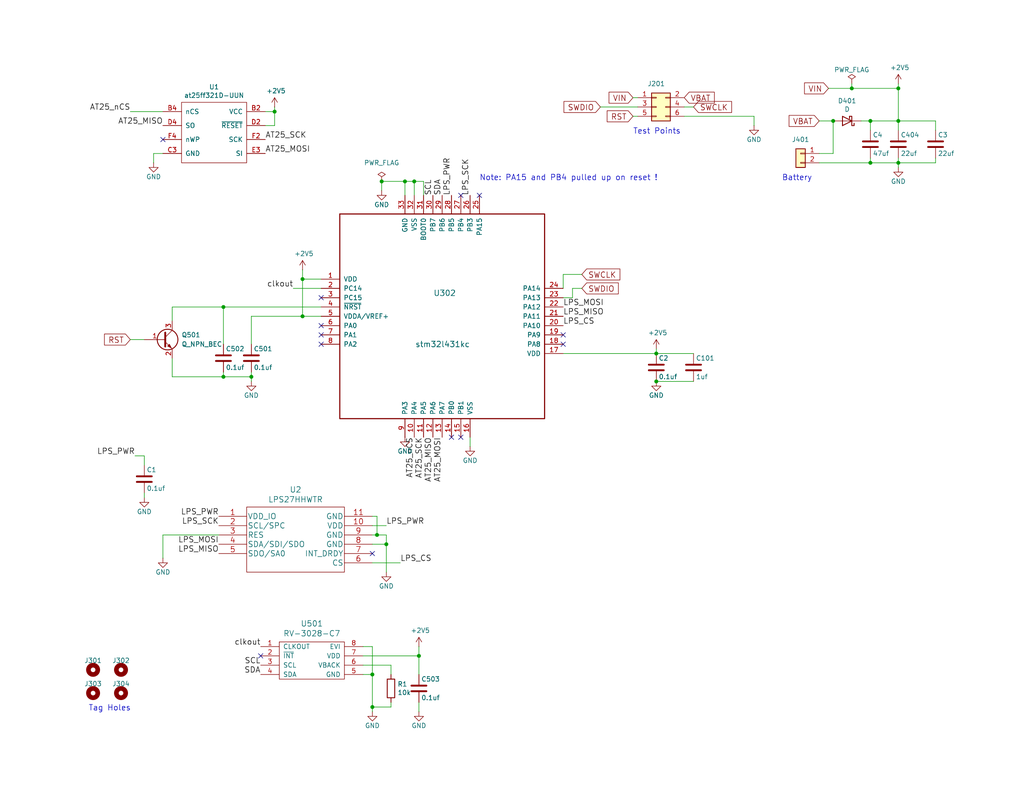
<source format=kicad_sch>
(kicad_sch (version 20231120) (generator "eeschema") (generator_version "8.0")
  (paper "USLetter")
  (title_block (title "PresOptTag V6 ") (date "2025-01-30") (company "IUCS") (comment 1 "Geoffrey Brown") (comment 2 "Add 47uF cap") (comment 3 "Grounded lps27 RES pin"))
  (lib_symbols
    (symbol "+2V5_1" (power) (pin_numbers hide) (pin_names (offset 0) hide)
      (property "Value" "+2V5" (at 0 3.556 0))
      (symbol "+2V5_1_0_1"
        (polyline (pts (xy -0.762 1.27) (xy 0 2.54)))
        (polyline (pts (xy 0 0) (xy 0 2.54)))
        (polyline (pts (xy 0 2.54) (xy 0.762 1.27)))
      )
      (symbol "+2V5_1_1_1"
        (pin power_in line (at 0 0 90) (length 0) (name "~") (number "1"))
      )
    )
    (symbol "+2V5_2" (power) (pin_numbers hide) (pin_names (offset 0) hide)
      (property "Value" "+2V5" (at 0 3.556 0))
      (symbol "+2V5_2_0_1"
        (polyline (pts (xy -0.762 1.27) (xy 0 2.54)))
        (polyline (pts (xy 0 0) (xy 0 2.54)))
        (polyline (pts (xy 0 2.54) (xy 0.762 1.27)))
      )
      (symbol "+2V5_2_1_1"
        (pin power_in line (at 0 0 90) (length 0) (name "~") (number "1"))
      )
    )
    (symbol "+2V5_3" (power) (pin_numbers hide) (pin_names (offset 0) hide)
      (property "Value" "+2V5" (at 0 3.556 0))
      (symbol "+2V5_3_0_1"
        (polyline (pts (xy -0.762 1.27) (xy 0 2.54)))
        (polyline (pts (xy 0 0) (xy 0 2.54)))
        (polyline (pts (xy 0 2.54) (xy 0.762 1.27)))
      )
      (symbol "+2V5_3_1_1"
        (pin power_in line (at 0 0 90) (length 0) (name "~") (number "1"))
      )
    )
    (symbol "+2V5_4" (power) (pin_numbers hide) (pin_names (offset 0) hide)
      (property "Value" "+2V5" (at 0 3.556 0))
      (symbol "+2V5_4_0_1"
        (polyline (pts (xy -0.762 1.27) (xy 0 2.54)))
        (polyline (pts (xy 0 0) (xy 0 2.54)))
        (polyline (pts (xy 0 2.54) (xy 0.762 1.27)))
      )
      (symbol "+2V5_4_1_1"
        (pin power_in line (at 0 0 90) (length 0) (name "~") (number "1"))
      )
    )
    (symbol "Connector_Generic:Conn_01x02" (pin_names (offset 1.016) hide)
      (property "Reference" "J" (at 0 2.54 0))
      (property "Value" "Conn_01x02" (at 0 -5.08 0))
      (symbol "Conn_01x02_1_1"
        (rectangle (start -1.27 -2.413) (end 0 -2.667) (stroke (width 0.1524)))
        (rectangle (start -1.27 0.127) (end 0 -0.127) (stroke (width 0.1524)))
        (rectangle (start -1.27 1.27) (end 1.27 -3.81) (stroke (width 0.254)) (fill (type background)))
        (pin passive line (at -5.08 0 0) (length 3.81) (name "Pin_1") (number "1"))
        (pin passive line (at -5.08 -2.54 0) (length 3.81) (name "Pin_2") (number "2"))
      )
    )
    (symbol "Connector_Generic:Conn_02x03_Odd_Even" (pin_names (offset 1.016) hide)
      (property "Reference" "J" (at 1.27 5.08 0))
      (property "Value" "Conn_02x03_Odd_Even" (at 1.27 -5.08 0))
      (symbol "Conn_02x03_Odd_Even_1_1"
        (rectangle (start -1.27 -2.413) (end 0 -2.667) (stroke (width 0.1524)))
        (rectangle (start -1.27 0.127) (end 0 -0.127) (stroke (width 0.1524)))
        (rectangle (start -1.27 2.667) (end 0 2.413) (stroke (width 0.1524)))
        (rectangle (start -1.27 3.81) (end 3.81 -3.81) (stroke (width 0.254)) (fill (type background)))
        (rectangle (start 3.81 -2.413) (end 2.54 -2.667) (stroke (width 0.1524)))
        (rectangle (start 3.81 0.127) (end 2.54 -0.127) (stroke (width 0.1524)))
        (rectangle (start 3.81 2.667) (end 2.54 2.413) (stroke (width 0.1524)))
        (pin passive line (at -5.08 2.54 0) (length 3.81) (name "Pin_1") (number "1"))
        (pin passive line (at 7.62 2.54 180) (length 3.81) (name "Pin_2") (number "2"))
        (pin passive line (at -5.08 0 0) (length 3.81) (name "Pin_3") (number "3"))
        (pin passive line (at 7.62 0 180) (length 3.81) (name "Pin_4") (number "4"))
        (pin passive line (at -5.08 -2.54 0) (length 3.81) (name "Pin_5") (number "5"))
        (pin passive line (at 7.62 -2.54 180) (length 3.81) (name "Pin_6") (number "6"))
      )
    )
    (symbol "Device:C" (pin_numbers hide) (pin_names (offset 0.254))
      (property "Reference" "C" (at 0.635 2.54 0))
      (property "Value" "C" (at 0.635 -2.54 0))
      (symbol "C_0_1"
        (polyline (pts (xy -2.032 -0.762) (xy 2.032 -0.762)) (stroke (width 0.508)))
        (polyline (pts (xy -2.032 0.762) (xy 2.032 0.762)) (stroke (width 0.508)))
      )
      (symbol "C_1_1"
        (pin passive line (at 0 3.81 270) (length 2.794) (name "~") (number "1"))
        (pin passive line (at 0 -3.81 90) (length 2.794) (name "~") (number "2"))
      )
    )
    (symbol "Device:D_Schottky" (pin_numbers hide) (pin_names (offset 1.016) hide)
      (property "Reference" "D" (at 0 2.54 0))
      (property "Value" "D_Schottky" (at 0 -2.54 0))
      (symbol "D_Schottky_0_1"
        (polyline (pts (xy 1.27 0) (xy -1.27 0)))
        (polyline (pts (xy 1.27 1.27) (xy 1.27 -1.27) (xy -1.27 0) (xy 1.27 1.27)) (stroke (width 0.254)))
        (polyline (pts (xy -1.905 0.635) (xy -1.905 1.27) (xy -1.27 1.27) (xy -1.27 -1.27) (xy -0.635 -1.27) (xy -0.635 -0.635)) (stroke (width 0.254)))
      )
      (symbol "D_Schottky_1_1"
        (pin passive line (at -3.81 0 0) (length 2.54) (name "K") (number "1"))
        (pin passive line (at 3.81 0 180) (length 2.54) (name "A") (number "2"))
      )
    )
    (symbol "Device:Q_NPN_BEC" (pin_names (offset 0) hide)
      (property "Reference" "Q" (at 5.08 1.27 0))
      (property "Value" "Q_NPN_BEC" (at 5.08 -1.27 0))
      (symbol "Q_NPN_BEC_0_1"
        (polyline (pts (xy 0.635 0.635) (xy 2.54 2.54)))
        (polyline (pts (xy 0.635 -0.635) (xy 2.54 -2.54) (xy 2.54 -2.54)))
        (polyline (pts (xy 0.635 1.905) (xy 0.635 -1.905) (xy 0.635 -1.905)) (stroke (width 0.508)))
        (polyline (pts (xy 1.27 -1.778) (xy 1.778 -1.27) (xy 2.286 -2.286) (xy 1.27 -1.778) (xy 1.27 -1.778)) (fill (type outline)))
        (circle (center 1.27 0) (radius 2.8194) (stroke (width 0.254)))
      )
      (symbol "Q_NPN_BEC_1_1"
        (pin input line (at -5.08 0 0) (length 5.715) (name "B") (number "1"))
        (pin passive line (at 2.54 -5.08 90) (length 2.54) (name "E") (number "2"))
        (pin passive line (at 2.54 5.08 270) (length 2.54) (name "C") (number "3"))
      )
    )
    (symbol "Device:R" (pin_numbers hide) (pin_names (offset 0))
      (property "Reference" "R" (at 2.032 0 90))
      (property "Value" "R" (at 0 0 90))
      (symbol "R_0_1"
        (rectangle (start -1.016 -2.54) (end 1.016 2.54) (stroke (width 0.254)))
      )
      (symbol "R_1_1"
        (pin passive line (at 0 3.81 270) (length 1.27) (name "~") (number "1"))
        (pin passive line (at 0 -3.81 90) (length 1.27) (name "~") (number "2"))
      )
    )
    (symbol "GND_1" (power) (pin_numbers hide) (pin_names (offset 0) hide)
      (property "Value" "GND" (at 0 -3.81 0))
      (symbol "GND_1_0_1"
        (polyline (pts (xy 0 0) (xy 0 -1.27) (xy 1.27 -1.27) (xy 0 -2.54) (xy -1.27 -1.27) (xy 0 -1.27)))
      )
      (symbol "GND_1_1_1"
        (pin power_in line (at 0 0 270) (length 0) (name "~") (number "1"))
      )
    )
    (symbol "GND_10" (power) (pin_numbers hide) (pin_names (offset 0) hide)
      (property "Value" "GND" (at 0 -3.81 0))
      (symbol "GND_10_0_1"
        (polyline (pts (xy 0 0) (xy 0 -1.27) (xy 1.27 -1.27) (xy 0 -2.54) (xy -1.27 -1.27) (xy 0 -1.27)))
      )
      (symbol "GND_10_1_1"
        (pin power_in line (at 0 0 270) (length 0) (name "~") (number "1"))
      )
    )
    (symbol "GND_11" (power) (pin_numbers hide) (pin_names (offset 0) hide)
      (property "Value" "GND" (at 0 -3.81 0))
      (symbol "GND_11_0_1"
        (polyline (pts (xy 0 0) (xy 0 -1.27) (xy 1.27 -1.27) (xy 0 -2.54) (xy -1.27 -1.27) (xy 0 -1.27)))
      )
      (symbol "GND_11_1_1"
        (pin power_in line (at 0 0 270) (length 0) (name "~") (number "1"))
      )
    )
    (symbol "GND_12" (power) (pin_numbers hide) (pin_names (offset 0) hide)
      (property "Value" "GND" (at 0 -3.81 0))
      (symbol "GND_12_0_1"
        (polyline (pts (xy 0 0) (xy 0 -1.27) (xy 1.27 -1.27) (xy 0 -2.54) (xy -1.27 -1.27) (xy 0 -1.27)))
      )
      (symbol "GND_12_1_1"
        (pin power_in line (at 0 0 270) (length 0) (name "~") (number "1"))
      )
    )
    (symbol "GND_2" (power) (pin_numbers hide) (pin_names (offset 0) hide)
      (property "Value" "GND" (at 0 -3.81 0))
      (symbol "GND_2_0_1"
        (polyline (pts (xy 0 0) (xy 0 -1.27) (xy 1.27 -1.27) (xy 0 -2.54) (xy -1.27 -1.27) (xy 0 -1.27)))
      )
      (symbol "GND_2_1_1"
        (pin power_in line (at 0 0 270) (length 0) (name "~") (number "1"))
      )
    )
    (symbol "GND_3" (power) (pin_numbers hide) (pin_names (offset 0) hide)
      (property "Value" "GND" (at 0 -3.81 0))
      (symbol "GND_3_0_1"
        (polyline (pts (xy 0 0) (xy 0 -1.27) (xy 1.27 -1.27) (xy 0 -2.54) (xy -1.27 -1.27) (xy 0 -1.27)))
      )
      (symbol "GND_3_1_1"
        (pin power_in line (at 0 0 270) (length 0) (name "~") (number "1"))
      )
    )
    (symbol "GND_4" (power) (pin_numbers hide) (pin_names (offset 0) hide)
      (property "Value" "GND" (at 0 -3.81 0))
      (symbol "GND_4_0_1"
        (polyline (pts (xy 0 0) (xy 0 -1.27) (xy 1.27 -1.27) (xy 0 -2.54) (xy -1.27 -1.27) (xy 0 -1.27)))
      )
      (symbol "GND_4_1_1"
        (pin power_in line (at 0 0 270) (length 0) (name "~") (number "1"))
      )
    )
    (symbol "GND_5" (power) (pin_numbers hide) (pin_names (offset 0) hide)
      (property "Value" "GND" (at 0 -3.81 0))
      (symbol "GND_5_0_1"
        (polyline (pts (xy 0 0) (xy 0 -1.27) (xy 1.27 -1.27) (xy 0 -2.54) (xy -1.27 -1.27) (xy 0 -1.27)))
      )
      (symbol "GND_5_1_1"
        (pin power_in line (at 0 0 270) (length 0) (name "~") (number "1"))
      )
    )
    (symbol "GND_6" (power) (pin_numbers hide) (pin_names (offset 0) hide)
      (property "Value" "GND" (at 0 -3.81 0))
      (symbol "GND_6_0_1"
        (polyline (pts (xy 0 0) (xy 0 -1.27) (xy 1.27 -1.27) (xy 0 -2.54) (xy -1.27 -1.27) (xy 0 -1.27)))
      )
      (symbol "GND_6_1_1"
        (pin power_in line (at 0 0 270) (length 0) (name "~") (number "1"))
      )
    )
    (symbol "GND_7" (power) (pin_numbers hide) (pin_names (offset 0) hide)
      (property "Value" "GND" (at 0 -3.81 0))
      (symbol "GND_7_0_1"
        (polyline (pts (xy 0 0) (xy 0 -1.27) (xy 1.27 -1.27) (xy 0 -2.54) (xy -1.27 -1.27) (xy 0 -1.27)))
      )
      (symbol "GND_7_1_1"
        (pin power_in line (at 0 0 270) (length 0) (name "~") (number "1"))
      )
    )
    (symbol "GND_8" (power) (pin_numbers hide) (pin_names (offset 0) hide)
      (property "Value" "GND" (at 0 -3.81 0))
      (symbol "GND_8_0_1"
        (polyline (pts (xy 0 0) (xy 0 -1.27) (xy 1.27 -1.27) (xy 0 -2.54) (xy -1.27 -1.27) (xy 0 -1.27)))
      )
      (symbol "GND_8_1_1"
        (pin power_in line (at 0 0 270) (length 0) (name "~") (number "1"))
      )
    )
    (symbol "GND_9" (power) (pin_numbers hide) (pin_names (offset 0) hide)
      (property "Value" "GND" (at 0 -3.81 0))
      (symbol "GND_9_0_1"
        (polyline (pts (xy 0 0) (xy 0 -1.27) (xy 1.27 -1.27) (xy 0 -2.54) (xy -1.27 -1.27) (xy 0 -1.27)))
      )
      (symbol "GND_9_1_1"
        (pin power_in line (at 0 0 270) (length 0) (name "~") (number "1"))
      )
    )
    (symbol "Mechanical:MountingHole" (pin_names (offset 1.016))
      (property "Reference" "H" (at 0 5.08 0))
      (property "Value" "MountingHole" (at 0 3.175 0))
      (symbol "MountingHole_0_1"
        (circle (center 0 0) (radius 1.27) (stroke (width 1.27)))
      )
    )
    (symbol "PWR_FLAG_1" (power) (pin_numbers hide) (pin_names (offset 0) hide)
      (property "Value" "PWR_FLAG" (at 0 3.81 0))
      (symbol "PWR_FLAG_1_0_0"
        (pin power_out line (at 0 0 90) (length 0) (name "~") (number "1"))
      )
      (symbol "PWR_FLAG_1_0_1"
        (polyline (pts (xy 0 0) (xy 0 1.27) (xy -1.016 1.905) (xy 0 2.54) (xy 1.016 1.905) (xy 0 1.27)))
      )
    )
    (symbol "PresTag:RV-3028-C7-gpsparts" (pin_names (offset 1.016))
      (property "Reference" "U" (at 0 7.62 0))
      (property "Value" "RV-3028-C7-gpsparts" (at 1.27 -7.62 0))
      (symbol "RV-3028-C7-gpsparts_0_1"
        (rectangle (start -8.89 5.08) (end 8.89 -5.08))
      )
      (symbol "RV-3028-C7-gpsparts_1_1"
        (pin input line (at -13.97 3.81 0) (length 5.08) (name "CLKOUT") (number "1"))
        (pin input line (at -13.97 1.27 0) (length 5.08) (name "~{INT}") (number "2"))
        (pin input line (at -13.97 -1.27 0) (length 5.08) (name "SCL") (number "3"))
        (pin input line (at -13.97 -3.81 0) (length 5.08) (name "SDA") (number "4"))
        (pin input line (at 13.97 -3.81 180) (length 5.08) (name "GND") (number "5"))
        (pin input line (at 13.97 -1.27 180) (length 5.08) (name "VBACK") (number "6"))
        (pin input line (at 13.97 1.27 180) (length 5.08) (name "VDD") (number "7"))
        (pin input line (at 13.97 3.81 180) (length 5.08) (name "EVI") (number "8"))
      )
    )
    (symbol "PresTag:stm32l432-gpsparts" (pin_names (offset 1.016))
      (property "Reference" "U" (at 36.83 -3.81 0))
      (property "Value" "stm32l432-gpsparts" (at 59.69 -24.13 0))
      (symbol "stm32l432-gpsparts_1_1"
        (rectangle (start 5.08 17.78) (end 60.96 -38.1) (stroke (width 0.3048)))
        (pin power_in line (at 0 0 0) (length 5.08) (name "VDD") (number "1"))
        (pin bidirectional line (at 25.4 -43.18 90) (length 5.08) (name "PA4") (number "10"))
        (pin bidirectional line (at 27.94 -43.18 90) (length 5.08) (name "PA5") (number "11"))
        (pin bidirectional line (at 30.48 -43.18 90) (length 5.08) (name "PA6") (number "12"))
        (pin bidirectional line (at 33.02 -43.18 90) (length 5.08) (name "PA7") (number "13"))
        (pin bidirectional line (at 35.56 -43.18 90) (length 5.08) (name "PB0") (number "14"))
        (pin bidirectional line (at 38.1 -43.18 90) (length 5.08) (name "PB1") (number "15"))
        (pin power_in line (at 40.64 -43.18 90) (length 5.08) (name "VSS") (number "16"))
        (pin power_in line (at 66.04 -20.32 180) (length 5.08) (name "VDD") (number "17"))
        (pin bidirectional line (at 66.04 -17.78 180) (length 5.08) (name "PA8") (number "18"))
        (pin bidirectional line (at 66.04 -15.24 180) (length 5.08) (name "PA9") (number "19"))
        (pin bidirectional line (at 0 -2.54 0) (length 5.08) (name "PC14") (number "2"))
        (pin bidirectional line (at 66.04 -12.7 180) (length 5.08) (name "PA10") (number "20"))
        (pin bidirectional line (at 66.04 -10.16 180) (length 5.08) (name "PA11") (number "21"))
        (pin bidirectional line (at 66.04 -7.62 180) (length 5.08) (name "PA12") (number "22"))
        (pin bidirectional line (at 66.04 -5.08 180) (length 5.08) (name "PA13") (number "23"))
        (pin bidirectional line (at 66.04 -2.54 180) (length 5.08) (name "PA14") (number "24"))
        (pin bidirectional line (at 43.18 22.86 270) (length 5.08) (name "PA15") (number "25"))
        (pin bidirectional line (at 40.64 22.86 270) (length 5.08) (name "PB3") (number "26"))
        (pin bidirectional line (at 38.1 22.86 270) (length 5.08) (name "PB4") (number "27"))
        (pin bidirectional line (at 35.56 22.86 270) (length 5.08) (name "PB5") (number "28"))
        (pin bidirectional line (at 33.02 22.86 270) (length 5.08) (name "PB6") (number "29"))
        (pin bidirectional line (at 0 -5.08 0) (length 5.08) (name "PC15") (number "3"))
        (pin bidirectional line (at 30.48 22.86 270) (length 5.08) (name "PB7") (number "30"))
        (pin input line (at 27.94 22.86 270) (length 5.08) (name "BOOT0") (number "31"))
        (pin power_in line (at 25.4 22.86 270) (length 5.08) (name "VSS") (number "32"))
        (pin power_in line (at 22.86 22.86 270) (length 5.08) (name "GND") (number "33"))
        (pin bidirectional line (at 0 -7.62 0) (length 5.08) (name "~{NRST}") (number "4"))
        (pin power_in line (at 0 -10.16 0) (length 5.08) (name "VDDA/VREF+") (number "5"))
        (pin bidirectional line (at 0 -12.7 0) (length 5.08) (name "PA0") (number "6"))
        (pin bidirectional line (at 0 -15.24 0) (length 5.08) (name "PA1") (number "7"))
        (pin bidirectional line (at 0 -17.78 0) (length 5.08) (name "PA2") (number "8"))
        (pin passive line (at 22.86 -43.18 90) (length 5.08) (name "PA3") (number "9"))
      )
    )
    (symbol "at25xe:at25ex321D-UUN" (pin_names (offset 1.016))
      (property "Reference" "U" (at 0 7.62 0))
      (property "Value" "at25ex321D-UUN" (at -1.27 -12.7 0))
      (symbol "at25ex321D-UUN_0_1"
        (rectangle (start -8.89 -10.16) (end 8.89 6.35))
      )
      (symbol "at25ex321D-UUN_1_1"
        (pin no_connect line (at -12.7 -12.7 0) (length 5.08) hide (name "NC") (number "A1"))
        (pin no_connect line (at 12.7 -12.7 180) (length 5.08) hide (name "NC") (number "A5"))
        (pin power_in line (at 13.97 3.81 180) (length 5.08) (name "VCC") (number "B2"))
        (pin input line (at -13.97 3.81 0) (length 5.08) (name "nCS") (number "B4"))
        (pin power_in line (at -13.97 -7.62 0) (length 5.08) (name "GND") (number "C3"))
        (pin input line (at 13.97 0 180) (length 5.08) (name "~{RESET}") (number "D2"))
        (pin output line (at -13.97 0 0) (length 5.08) (name "SO") (number "D4"))
        (pin input line (at 13.97 -7.62 180) (length 5.08) (name "SI") (number "E3"))
        (pin input line (at 13.97 -3.81 180) (length 5.08) (name "SCK") (number "F2"))
        (pin input line (at -13.97 -3.81 0) (length 5.08) (name "nWP") (number "F4"))
        (pin no_connect line (at -12.7 -15.24 0) (length 5.08) hide (name "NC") (number "G1"))
        (pin no_connect line (at 12.7 -15.24 180) (length 5.08) hide (name "NC") (number "G5"))
      )
    )
    (symbol "lps27:LPS27HHWTR" (pin_names (offset 0.254))
      (property "Reference" "U2" (at 20.955 7.2898 0))
      (property "Value" "LPS27HHWTR" (at 20.955 4.5974 0))
      (symbol "LPS27HHWTR_1_1"
        (rectangle (start 7.62 -15.24) (end 34.29 2.54))
        (pin passive line (at 0 0 0) (length 7.62) (name "VDD_IO") (number "1"))
        (pin input line (at 41.91 -2.54 180) (length 7.62) (name "VDD") (number "10"))
        (pin power_in line (at 41.91 0 180) (length 7.62) (name "GND") (number "11"))
        (pin input line (at 0 -2.54 0) (length 7.62) (name "SCL/SPC") (number "2"))
        (pin passive line (at 0 -5.08 0) (length 7.62) (name "RES") (number "3"))
        (pin input line (at 0 -7.62 0) (length 7.62) (name "SDA/SDI/SDO") (number "4"))
        (pin output line (at 0 -10.16 0) (length 7.62) (name "SDO/SA0") (number "5"))
        (pin input line (at 41.91 -12.7 180) (length 7.62) (name "CS") (number "6"))
        (pin output line (at 41.91 -10.16 180) (length 7.62) (name "INT_DRDY") (number "7"))
        (pin power_in line (at 41.91 -7.62 180) (length 7.62) (name "GND") (number "8"))
        (pin power_in line (at 41.91 -5.08 180) (length 7.62) (name "GND") (number "9"))
      )
    )
    (symbol "power:+2V5" (power) (pin_numbers hide) (pin_names (offset 0) hide)
      (property "Value" "+2V5" (at 0 3.556 0))
      (symbol "+2V5_0_1"
        (polyline (pts (xy -0.762 1.27) (xy 0 2.54)))
        (polyline (pts (xy 0 0) (xy 0 2.54)))
        (polyline (pts (xy 0 2.54) (xy 0.762 1.27)))
      )
      (symbol "+2V5_1_1"
        (pin power_in line (at 0 0 90) (length 0) (name "~") (number "1"))
      )
    )
    (symbol "power:GND" (power) (pin_numbers hide) (pin_names (offset 0) hide)
      (property "Value" "GND" (at 0 -3.81 0))
      (symbol "GND_0_1"
        (polyline (pts (xy 0 0) (xy 0 -1.27) (xy 1.27 -1.27) (xy 0 -2.54) (xy -1.27 -1.27) (xy 0 -1.27)))
      )
      (symbol "GND_1_1"
        (pin power_in line (at 0 0 270) (length 0) (name "~") (number "1"))
      )
    )
    (symbol "power:PWR_FLAG" (power) (pin_numbers hide) (pin_names (offset 0) hide)
      (property "Value" "PWR_FLAG" (at 0 3.81 0))
      (symbol "PWR_FLAG_0_0"
        (pin power_out line (at 0 0 90) (length 0) (name "~") (number "1"))
      )
      (symbol "PWR_FLAG_0_1"
        (polyline (pts (xy 0 0) (xy 0 1.27) (xy -1.016 1.905) (xy 0 2.54) (xy 1.016 1.905) (xy 0 1.27)))
      )
    )
  )
  (junction (at 102.87 146.05))
  (junction (at 60.96 83.82))
  (junction (at 237.49 44.45))
  (junction (at 101.6 184.15))
  (junction (at 245.11 24.13))
  (junction (at 104.14 49.53))
  (junction (at 105.41 148.59))
  (junction (at 179.07 104.14))
  (junction (at 110.49 49.53))
  (junction (at 82.55 76.2))
  (junction (at 237.49 33.02))
  (junction (at 60.96 102.87))
  (junction (at 68.58 102.87))
  (junction (at 179.07 96.52))
  (junction (at 227.33 33.02))
  (junction (at 245.11 33.02))
  (junction (at 232.41 24.13))
  (junction (at 113.03 49.53))
  (junction (at 101.6 193.04))
  (junction (at 74.93 30.48))
  (junction (at 82.55 86.36))
  (junction (at 245.11 44.45))
  (junction (at 114.3 179.07))
  (no_connect (at 87.63 93.98))
  (no_connect (at 87.63 91.44))
  (no_connect (at 44.45 38.1))
  (no_connect (at 125.73 119.38))
  (no_connect (at 87.63 88.9))
  (no_connect (at 87.63 81.28))
  (no_connect (at 153.67 91.44))
  (no_connect (at 130.81 53.34))
  (no_connect (at 71.12 179.07))
  (no_connect (at 125.73 53.34))
  (no_connect (at 153.67 93.98))
  (no_connect (at 123.19 119.38))
  (no_connect (at 101.6 151.13))
  (wire (pts (xy 74.93 34.29) (xy 74.93 30.48)))
  (wire (pts (xy 36.83 124.46) (xy 39.37 124.46)))
  (wire (pts (xy 101.6 193.04) (xy 101.6 194.31)))
  (wire (pts (xy 102.87 140.97) (xy 102.87 146.05)))
  (wire (pts (xy 99.06 179.07) (xy 114.3 179.07)))
  (wire (pts (xy 46.99 83.82) (xy 60.96 83.82)))
  (wire (pts (xy 101.6 143.51) (xy 105.41 143.51)))
  (wire (pts (xy 232.41 22.86) (xy 232.41 24.13)))
  (wire (pts (xy 59.69 146.05) (xy 44.45 146.05)))
  (wire (pts (xy 245.11 33.02) (xy 245.11 35.56)))
  (wire (pts (xy 104.14 52.07) (xy 104.14 49.53)))
  (wire (pts (xy 106.68 191.77) (xy 106.68 193.04)))
  (wire (pts (xy 60.96 83.82) (xy 60.96 93.98)))
  (wire (pts (xy 179.07 95.25) (xy 179.07 96.52)))
  (wire (pts (xy 105.41 148.59) (xy 105.41 156.21)))
  (wire (pts (xy 114.3 179.07) (xy 114.3 184.15)))
  (wire (pts (xy 172.72 31.75) (xy 173.99 31.75)))
  (wire (pts (xy 106.68 181.61) (xy 106.68 184.15)))
  (wire (pts (xy 245.11 44.45) (xy 255.27 44.45)))
  (wire (pts (xy 60.96 102.87) (xy 68.58 102.87)))
  (wire (pts (xy 237.49 44.45) (xy 245.11 44.45)))
  (wire (pts (xy 82.55 86.36) (xy 87.63 86.36)))
  (wire (pts (xy 110.49 49.53) (xy 110.49 53.34)))
  (wire (pts (xy 106.68 193.04) (xy 101.6 193.04)))
  (wire (pts (xy 68.58 101.6) (xy 68.58 102.87)))
  (wire (pts (xy 163.83 29.21) (xy 173.99 29.21)))
  (wire (pts (xy 41.91 41.91) (xy 41.91 44.45)))
  (wire (pts (xy 74.93 30.48) (xy 74.93 29.21)))
  (wire (pts (xy 113.03 49.53) (xy 115.57 49.53)))
  (wire (pts (xy 68.58 102.87) (xy 68.58 104.14)))
  (wire (pts (xy 186.69 31.75) (xy 205.74 31.75)))
  (wire (pts (xy 80.01 78.74) (xy 87.63 78.74)))
  (wire (pts (xy 223.52 33.02) (xy 227.33 33.02)))
  (wire (pts (xy 223.52 44.45) (xy 237.49 44.45)))
  (wire (pts (xy 237.49 33.02) (xy 237.49 35.56)))
  (wire (pts (xy 245.11 43.18) (xy 245.11 44.45)))
  (wire (pts (xy 87.63 83.82) (xy 60.96 83.82)))
  (wire (pts (xy 46.99 87.63) (xy 46.99 83.82)))
  (wire (pts (xy 172.72 26.67) (xy 173.99 26.67)))
  (wire (pts (xy 46.99 97.79) (xy 46.99 102.87)))
  (wire (pts (xy 82.55 86.36) (xy 68.58 86.36)))
  (wire (pts (xy 110.49 49.53) (xy 113.03 49.53)))
  (wire (pts (xy 255.27 33.02) (xy 255.27 35.56)))
  (wire (pts (xy 237.49 43.18) (xy 237.49 44.45)))
  (wire (pts (xy 245.11 24.13) (xy 245.11 33.02)))
  (wire (pts (xy 186.69 29.21) (xy 189.23 29.21)))
  (wire (pts (xy 115.57 49.53) (xy 115.57 53.34)))
  (wire (pts (xy 234.95 33.02) (xy 237.49 33.02)))
  (wire (pts (xy 153.67 96.52) (xy 179.07 96.52)))
  (wire (pts (xy 153.67 78.74) (xy 153.67 74.93)))
  (wire (pts (xy 99.06 181.61) (xy 106.68 181.61)))
  (wire (pts (xy 72.39 34.29) (xy 74.93 34.29)))
  (wire (pts (xy 72.39 30.48) (xy 74.93 30.48)))
  (wire (pts (xy 227.33 41.91) (xy 223.52 41.91)))
  (wire (pts (xy 101.6 148.59) (xy 105.41 148.59)))
  (wire (pts (xy 104.14 49.53) (xy 110.49 49.53)))
  (wire (pts (xy 82.55 73.66) (xy 82.55 76.2)))
  (wire (pts (xy 153.67 74.93) (xy 158.75 74.93)))
  (wire (pts (xy 255.27 44.45) (xy 255.27 43.18)))
  (wire (pts (xy 205.74 31.75) (xy 205.74 34.29)))
  (wire (pts (xy 227.33 33.02) (xy 227.33 41.91)))
  (wire (pts (xy 68.58 93.98) (xy 68.58 86.36)))
  (wire (pts (xy 101.6 176.53) (xy 101.6 184.15)))
  (wire (pts (xy 99.06 176.53) (xy 101.6 176.53)))
  (wire (pts (xy 82.55 76.2) (xy 82.55 86.36)))
  (wire (pts (xy 39.37 124.46) (xy 39.37 127)))
  (wire (pts (xy 35.56 92.71) (xy 39.37 92.71)))
  (wire (pts (xy 179.07 96.52) (xy 189.23 96.52)))
  (wire (pts (xy 156.21 78.74) (xy 158.75 78.74)))
  (wire (pts (xy 44.45 146.05) (xy 44.45 152.4)))
  (wire (pts (xy 46.99 102.87) (xy 60.96 102.87)))
  (wire (pts (xy 245.11 33.02) (xy 255.27 33.02)))
  (wire (pts (xy 114.3 176.53) (xy 114.3 179.07)))
  (wire (pts (xy 60.96 101.6) (xy 60.96 102.87)))
  (wire (pts (xy 101.6 184.15) (xy 101.6 193.04)))
  (wire (pts (xy 99.06 184.15) (xy 101.6 184.15)))
  (wire (pts (xy 245.11 44.45) (xy 245.11 45.72)))
  (wire (pts (xy 82.55 76.2) (xy 87.63 76.2)))
  (wire (pts (xy 245.11 22.86) (xy 245.11 24.13)))
  (wire (pts (xy 114.3 191.77) (xy 114.3 194.31)))
  (wire (pts (xy 102.87 146.05) (xy 105.41 146.05)))
  (wire (pts (xy 226.06 24.13) (xy 232.41 24.13)))
  (wire (pts (xy 101.6 140.97) (xy 102.87 140.97)))
  (wire (pts (xy 44.45 41.91) (xy 41.91 41.91)))
  (wire (pts (xy 101.6 146.05) (xy 102.87 146.05)))
  (wire (pts (xy 101.6 153.67) (xy 109.22 153.67)))
  (wire (pts (xy 128.27 119.38) (xy 128.27 121.92)))
  (wire (pts (xy 35.56 30.48) (xy 44.45 30.48)))
  (wire (pts (xy 113.03 49.53) (xy 113.03 53.34)))
  (wire (pts (xy 153.67 81.28) (xy 156.21 81.28)))
  (wire (pts (xy 156.21 81.28) (xy 156.21 78.74)))
  (wire (pts (xy 39.37 134.62) (xy 39.37 135.89)))
  (wire (pts (xy 105.41 146.05) (xy 105.41 148.59)))
  (wire (pts (xy 189.23 104.14) (xy 179.07 104.14)))
  (wire (pts (xy 237.49 33.02) (xy 245.11 33.02)))
  (wire (pts (xy 232.41 24.13) (xy 245.11 24.13)))
  (text "Battery" (at 213.36 49.53 0) (effects (font (size 1.524 1.524)) (justify left bottom)))
  (text "Note: PA15 and PB4 pulled up on reset !" (at 130.81 49.53 0) (effects (font (size 1.524 1.524)) (justify left bottom)))
  (text "Tag Holes" (at 24.13 194.31 0) (effects (font (size 1.524 1.524)) (justify left bottom)))
  (text "Test Points" (at 172.72 36.83 0) (effects (font (size 1.524 1.524)) (justify left bottom)))
  (label "AT25_nCS" (at 35.56 30.48 180) (effects (font (size 1.524 1.524))))
  (label "LPS_MOSI" (at 59.69 148.59 180) (effects (font (size 1.524 1.524))))
  (label "LPS_MISO" (at 153.67 86.36 0) (effects (font (size 1.524 1.524))))
  (label "AT25_SCK" (at 115.57 119.38 270) (effects (font (size 1.524 1.524))))
  (label "SDA" (at 120.65 53.34 90) (effects (font (size 1.524 1.524))))
  (label "LPS_MISO" (at 59.69 151.13 180) (effects (font (size 1.524 1.524))))
  (label "SCL" (at 71.12 181.61 180) (effects (font (size 1.524 1.524))))
  (label "AT25_MISO" (at 44.45 34.29 180) (effects (font (size 1.524 1.524))))
  (label "AT25_MISO" (at 118.11 119.38 270) (effects (font (size 1.524 1.524))))
  (label "LPS_PWR" (at 123.19 53.34 90) (effects (font (size 1.524 1.524))))
  (label "AT25_MOSI" (at 72.39 41.91 0) (effects (font (size 1.524 1.524))))
  (label "LPS_MOSI" (at 153.67 83.82 0) (effects (font (size 1.524 1.524))))
  (label "clkout" (at 80.01 78.74 180) (effects (font (size 1.524 1.524))))
  (label "SCL" (at 118.11 53.34 90) (effects (font (size 1.524 1.524))))
  (label "LPS_CS" (at 153.67 88.9 0) (effects (font (size 1.524 1.524))))
  (label "LPS_CS" (at 109.22 153.67 0) (effects (font (size 1.524 1.524))))
  (label "AT25_MOSI" (at 120.65 119.38 270) (effects (font (size 1.524 1.524))))
  (label "LPS_PWR" (at 59.69 140.97 180) (effects (font (size 1.524 1.524))))
  (label "LPS_PWR" (at 105.41 143.51 0) (effects (font (size 1.524 1.524))))
  (label "SDA" (at 71.12 184.15 180) (effects (font (size 1.524 1.524))))
  (label "LPS_SCK" (at 128.27 53.34 90) (effects (font (size 1.524 1.524))))
  (label "LPS_PWR" (at 36.83 124.46 180) (effects (font (size 1.524 1.524))))
  (label "AT25_nCS" (at 113.03 119.38 270) (effects (font (size 1.524 1.524))))
  (label "AT25_SCK" (at 72.39 38.1 0) (effects (font (size 1.524 1.524))))
  (label "LPS_SCK" (at 59.69 143.51 180) (effects (font (size 1.524 1.524))))
  (label "clkout" (at 71.12 176.53 180) (effects (font (size 1.524 1.524))))
  (global_label "VBAT" (shape input) (at 223.52 33.02 180) (effects (font (size 1.524 1.524))) (property "Intersheetrefs" "${INTERSHEET_REFS}" (effects (hide yes))))
  (global_label "RST" (shape input) (at 172.72 31.75 180) (effects (font (size 1.524 1.524))) (property "Intersheetrefs" "${INTERSHEET_REFS}" (effects (hide yes))))
  (global_label "SWCLK" (shape input) (at 189.23 29.21 0) (effects (font (size 1.524 1.524))) (property "Intersheetrefs" "${INTERSHEET_REFS}" (effects (hide yes))))
  (global_label "VBAT" (shape input) (at 186.69 26.67 0) (effects (font (size 1.524 1.524))) (property "Intersheetrefs" "${INTERSHEET_REFS}" (effects (hide yes))))
  (global_label "VIN" (shape input) (at 172.72 26.67 180) (effects (font (size 1.524 1.524))) (property "Intersheetrefs" "${INTERSHEET_REFS}" (effects (hide yes))))
  (global_label "SWDIO" (shape input) (at 158.75 78.74 0) (effects (font (size 1.524 1.524))) (property "Intersheetrefs" "${INTERSHEET_REFS}" (effects (hide yes))))
  (global_label "VIN" (shape input) (at 226.06 24.13 180) (effects (font (size 1.524 1.524))) (property "Intersheetrefs" "${INTERSHEET_REFS}" (effects (hide yes))))
  (global_label "SWDIO" (shape input) (at 163.83 29.21 180) (effects (font (size 1.524 1.524))) (property "Intersheetrefs" "${INTERSHEET_REFS}" (effects (hide yes))))
  (global_label "RST" (shape input) (at 35.56 92.71 180) (effects (font (size 1.524 1.524))) (property "Intersheetrefs" "${INTERSHEET_REFS}" (effects (hide yes))))
  (global_label "SWCLK" (shape input) (at 158.75 74.93 0) (effects (font (size 1.524 1.524))) (property "Intersheetrefs" "${INTERSHEET_REFS}" (effects (hide yes))))
  (symbol (lib_id "PresTag:stm32l432-gpsparts") (at 87.63 76.2 0) (unit 1)
    (property "Reference" "U302" (at 124.46 80.01 0) (effects (font (size 1.524 1.524)) (justify right)))
    (property "Value" "stm32l431kc" (at 128.27 93.98 0) (effects (font (size 1.524 1.524)) (justify right)))
    (property "Footprint" "Package_DFN_QFN:QFN-32-1EP_5x5mm_P0.5mm_EP3.45x3.45mm" (effects (hide yes)))
    (property "MFN" "STMicroelectronics" (effects (hide yes)))
    (property "DISTPN" "511-STM32L431KCU6" (effects (hide yes)))
    (property "MPN" "STM32L431KCU6" (effects (hide yes)))
  )
  (symbol (lib_id "Device:C") (at 60.96 97.79 0) (unit 1)
    (property "Reference" "C502" (at 61.595 95.25 0) (effects (justify left)))
    (property "Value" "0.1uf" (at 61.595 100.33 0) (effects (justify left)))
    (property "Footprint" "Capacitor_SMD:C_0201_0603Metric" (effects (hide yes)))
    (property "Macrofab" "MF-CAP-0402-0.1uF" (effects (hide yes)))
    (property "MFN" "Murata" (effects (hide yes)))
    (property "MPN" "GRM033C81E104KE14D" (effects (hide yes)))
    (property "DISTPN" "490-10403-1-ND" (effects (hide yes)))
  )
  (symbol (lib_id "Device:C") (at 68.58 97.79 0) (unit 1)
    (property "Reference" "C501" (at 69.215 95.25 0) (effects (justify left)))
    (property "Value" "0.1uf" (at 69.215 100.33 0) (effects (justify left)))
    (property "Footprint" "Capacitor_SMD:C_0201_0603Metric" (effects (hide yes)))
    (property "Macrofab" "MF-CAP-0402-0.1uF" (effects (hide yes)))
    (property "MFN" "Murata" (effects (hide yes)))
    (property "MPN" "GRM033C81E104KE14D" (effects (hide yes)))
    (property "DISTPN" "490-10403-1-ND" (effects (hide yes)))
  )
  (symbol (lib_id "Device:Q_NPN_BEC") (at 44.45 92.71 0) (unit 1)
    (property "Reference" "Q501" (at 49.53 91.44 0) (effects (justify left)))
    (property "Value" "Q_NPN_BEC" (at 49.53 93.98 0) (effects (justify left)))
    (property "Footprint" "Package_TO_SOT_SMD:SOT-883" (effects (hide yes)))
    (property "MFN" "Nexperia" (effects (hide yes)))
    (property "MPN" "BC847AMB,315" (effects (hide yes)))
    (property "DISTPN" "1727-2632-1-ND" (effects (hide yes)))
  )
  (symbol (lib_id "Device:C") (at 114.3 187.96 0) (unit 1)
    (property "Reference" "C503" (at 114.935 185.42 0) (effects (justify left)))
    (property "Value" "0.1uf" (at 114.935 190.5 0) (effects (justify left)))
    (property "Footprint" "Capacitor_SMD:C_0201_0603Metric" (effects (hide yes)))
    (property "MFN" "Murata" (effects (hide yes)))
    (property "MPN" "GRM033C81E104KE14D" (effects (hide yes)))
    (property "DISTPN" "490-10403-1-ND" (effects (hide yes)))
    (property "Macrofab" "MF-CAP-0402-0.1uF" (effects (hide yes)))
  )
  (symbol (lib_id "Mechanical:MountingHole") (at 25.4 182.88 0) (unit 1)
    (property "Reference" "J301" (at 25.4 180.34 0))
    (property "Value" "Conn_01x01" (effects (hide yes)))
    (property "Footprint" "library:taghole1.1mm" (effects (hide yes)))
    (property "Populate" "No" (effects (hide yes)))
    (property "Config" "DNF" (effects (hide yes)))
    (property "DNP" "1" (effects (hide yes)))
  )
  (symbol (lib_id "Connector_Generic:Conn_02x03_Odd_Even") (at 179.07 29.21 0) (unit 1)
    (property "Reference" "J201" (at 179.07 22.86 0))
    (property "Value" "CONN_02X04" (effects (hide yes)))
    (property "Footprint" "bittag:tagpoints6" (effects (hide yes)))
    (property "Populate" "No" (effects (hide yes)))
    (property "Config" "DNF" (effects (hide yes)))
    (property "DNP" "1" (effects (hide yes)))
  )
  (symbol (lib_name "GND_3") (lib_id "power:GND") (at 41.91 44.45 0) (unit 1)
    (property "Reference" "#PWR0102" (effects (hide yes)))
    (property "Value" "GND" (at 41.91 48.26 0))
    (property "Description" "Power symbol creates a global label with name \"GND\" , ground" (effects (hide yes)))
  )
  (symbol (lib_name "GND_5") (lib_id "power:GND") (at 68.58 104.14 0) (unit 1)
    (property "Reference" "#PWR0109" (effects (hide yes)))
    (property "Value" "GND" (at 68.58 107.95 0))
    (property "Description" "Power symbol creates a global label with name \"GND\" , ground" (effects (hide yes)))
  )
  (symbol (lib_name "GND_9") (lib_id "power:GND") (at 128.27 121.92 0) (unit 1)
    (property "Reference" "#PWR0103" (effects (hide yes)))
    (property "Value" "GND" (at 128.27 125.73 0))
    (property "Description" "Power symbol creates a global label with name \"GND\" , ground" (effects (hide yes)))
  )
  (symbol (lib_name "+2V5_3") (lib_id "power:+2V5") (at 82.55 73.66 0) (unit 1)
    (property "Reference" "#PWR0105" (effects (hide yes)))
    (property "Value" "+2V5" (at 82.931 69.2658 0))
    (property "Description" "Power symbol creates a global label with name \"+2V5\"" (effects (hide yes)))
  )
  (symbol (lib_id "power:+2V5") (at 179.07 95.25 0) (unit 1)
    (property "Reference" "#PWR0108" (effects (hide yes)))
    (property "Value" "+2V5" (at 179.451 90.8558 0))
    (property "Description" "Power symbol creates a global label with name \"+2V5\"" (effects (hide yes)))
  )
  (symbol (lib_name "GND_4") (lib_id "power:GND") (at 104.14 52.07 0) (unit 1)
    (property "Reference" "#PWR0110" (effects (hide yes)))
    (property "Value" "GND" (at 104.14 55.88 0))
    (property "Description" "Power symbol creates a global label with name \"GND\" , ground" (effects (hide yes)))
  )
  (symbol (lib_id "Mechanical:MountingHole") (at 33.02 182.88 0) (unit 1)
    (property "Reference" "J302" (at 33.02 180.34 0))
    (property "Value" "Conn_01x01" (effects (hide yes)))
    (property "Footprint" "library:taghole1.1mm" (effects (hide yes)))
    (property "Populate" "No" (effects (hide yes)))
    (property "Config" "DNF" (effects (hide yes)))
    (property "DNP" "1" (effects (hide yes)))
  )
  (symbol (lib_id "Mechanical:MountingHole") (at 25.4 189.23 0) (unit 1)
    (property "Reference" "J303" (at 25.4 186.69 0))
    (property "Value" "Conn_01x01" (effects (hide yes)))
    (property "Footprint" "library:taghole1.1mm" (effects (hide yes)))
    (property "Populate" "No" (effects (hide yes)))
    (property "Config" "DNF" (effects (hide yes)))
    (property "DNP" "1" (effects (hide yes)))
  )
  (symbol (lib_id "Mechanical:MountingHole") (at 33.02 189.23 0) (unit 1)
    (property "Reference" "J304" (at 33.02 186.69 0))
    (property "Value" "Conn_01x01" (effects (hide yes)))
    (property "Footprint" "library:taghole1.1mm" (effects (hide yes)))
    (property "Populate" "No" (effects (hide yes)))
    (property "Config" "DNF" (effects (hide yes)))
    (property "DNP" "1" (effects (hide yes)))
  )
  (symbol (lib_name "GND_2") (lib_id "power:GND") (at 205.74 34.29 0) (unit 1)
    (property "Reference" "#PWR0111" (effects (hide yes)))
    (property "Value" "GND" (at 205.74 38.1 0))
    (property "Description" "Power symbol creates a global label with name \"GND\" , ground" (effects (hide yes)))
  )
  (symbol (lib_name "GND_11") (lib_id "power:GND") (at 101.6 194.31 0) (unit 1)
    (property "Reference" "#PWR0112" (effects (hide yes)))
    (property "Value" "GND" (at 101.6 198.12 0))
    (property "Description" "Power symbol creates a global label with name \"GND\" , ground" (effects (hide yes)))
  )
  (symbol (lib_name "GND_12") (lib_id "power:GND") (at 114.3 194.31 0) (unit 1)
    (property "Reference" "#PWR0113" (effects (hide yes)))
    (property "Value" "GND" (at 114.3 198.12 0))
    (property "Description" "Power symbol creates a global label with name \"GND\" , ground" (effects (hide yes)))
  )
  (symbol (lib_name "+2V5_4") (lib_id "power:+2V5") (at 114.3 176.53 0) (unit 1)
    (property "Reference" "#PWR0114" (effects (hide yes)))
    (property "Value" "+2V5" (at 114.681 172.1358 0))
    (property "Description" "Power symbol creates a global label with name \"+2V5\"" (effects (hide yes)))
  )
  (symbol (lib_name "+2V5_1") (lib_id "power:+2V5") (at 245.11 22.86 0) (unit 1)
    (property "Reference" "#PWR0115" (effects (hide yes)))
    (property "Value" "+2V5" (at 245.491 18.4658 0))
    (property "Description" "Power symbol creates a global label with name \"+2V5\"" (effects (hide yes)))
  )
  (symbol (lib_name "PWR_FLAG_1") (lib_id "power:PWR_FLAG") (at 232.41 22.86 0) (unit 1)
    (property "Reference" "#FLG0102" (effects (hide yes)))
    (property "Value" "PWR_FLAG" (at 232.41 19.05 0))
    (property "Description" "Special symbol for telling ERC where power comes from" (effects (hide yes)))
  )
  (symbol (lib_name "GND_1") (lib_id "power:GND") (at 245.11 45.72 0) (unit 1)
    (property "Reference" "#PWR0116" (effects (hide yes)))
    (property "Value" "GND" (at 245.11 49.53 0))
    (property "Description" "Power symbol creates a global label with name \"GND\" , ground" (effects (hide yes)))
  )
  (symbol (lib_id "Connector_Generic:Conn_01x02") (at 218.44 41.91 0) (mirror y) (unit 1)
    (property "Reference" "J401" (at 218.44 38.1 0))
    (property "Value" "CONN_01X02" (effects (hide yes)))
    (property "Footprint" "bittag:MS621" (effects (hide yes)))
    (property "Populate" "No" (effects (hide yes)))
    (property "Config" "DNF" (effects (hide yes)))
    (property "DNP" "1" (effects (hide yes)))
  )
  (symbol (lib_id "Device:D_Schottky") (at 231.14 33.02 180) (unit 1)
    (property "Reference" "D401" (at 231.14 27.5336 0))
    (property "Value" "D" (at 231.14 29.845 0))
    (property "Footprint" "Diode_SMD:D_0402_1005Metric" (effects (hide yes)))
    (property "MFN" "COMCHIP" (effects (hide yes)))
    (property "MPN" "CDBQC0130L-HF" (effects (hide yes)))
    (property "DISTPN" "641-1519-1-ND" (effects (hide yes)))
  )
  (symbol (lib_id "Device:C") (at 245.11 39.37 0) (unit 1)
    (property "Reference" "C404" (at 245.745 36.83 0) (effects (justify left)))
    (property "Value" "22uf" (at 245.745 41.91 0) (effects (justify left)))
    (property "Footprint" "Capacitor_SMD:C_0402_1005Metric" (effects (hide yes)))
    (property "DISTPN" "478-9839-1-ND" (effects (hide yes)))
    (property "MFN" "AVX" (effects (hide yes)))
    (property "MPN" "04026D226MAT2A" (effects (hide yes)))
  )
  (symbol (lib_name "+2V5_2") (lib_id "power:+2V5") (at 74.93 29.21 0) (unit 1)
    (property "Reference" "#PWR0107" (effects (hide yes)))
    (property "Value" "+2V5" (at 75.311 24.8158 0))
    (property "Description" "Power symbol creates a global label with name \"+2V5\"" (effects (hide yes)))
  )
  (symbol (lib_id "PresTag:RV-3028-C7-gpsparts") (at 85.09 180.34 0) (unit 1)
    (property "Reference" "U501" (at 85.09 170.2562 0) (effects (font (size 1.524 1.524))))
    (property "Value" "RV-3028-C7" (at 85.09 172.9486 0) (effects (font (size 1.524 1.524))))
    (property "Footprint" "library:RV-8803-C7" (effects (hide yes)))
    (property "DISTPN" "2195-RV-3028-C732.768KHZ1PPM-TA-QCCT-ND" (effects (hide yes)))
    (property "MFN" "Micro Crystal" (effects (hide yes)))
    (property "MPN" "RV-3028-C7 32.768KHZ 1PPM-TA-QC" (effects (hide yes)))
  )
  (symbol (lib_id "Device:R") (at 106.68 187.96 0) (unit 1)
    (property "Reference" "R1" (at 108.458 186.7916 0) (effects (justify left)))
    (property "Value" "10k" (at 108.458 189.103 0) (effects (justify left)))
    (property "Footprint" "Resistor_SMD:R_0201_0603Metric" (effects (hide yes)))
    (property "DISTPN" "311-10.0KMCT-ND" (effects (hide yes)))
    (property "MFN" "Yaego" (effects (hide yes)))
    (property "MPN" "RC0201FR-0710KL" (effects (hide yes)))
    (property "Macrofab" "MF-RES-0402-10K" (effects (hide yes)))
  )
  (symbol (lib_id "at25xe:at25ex321D-UUN") (at 58.42 34.29 0) (unit 1)
    (property "Reference" "U1" (at 58.42 23.749 0))
    (property "Value" "at25ff321D-UUN" (at 58.42 26.0604 0))
    (property "Footprint" "library:adesto_wlcsp12" (effects (hide yes)))
    (property "DISTPN" "724-AT25FF321A-UUN-T" (effects (hide yes)))
    (property "MFN" "Dialog" (effects (hide yes)))
    (property "MPN" "AT25FF321A-UUN-T (Mouser)" (effects (hide yes)))
  )
  (symbol (lib_name "GND_8") (lib_id "power:GND") (at 105.41 156.21 0) (unit 1)
    (property "Reference" "#PWR0123" (effects (hide yes)))
    (property "Value" "GND" (at 105.41 160.02 0))
    (property "Description" "Power symbol creates a global label with name \"GND\" , ground" (effects (hide yes)))
  )
  (symbol (lib_id "Device:C") (at 39.37 130.81 0) (unit 1)
    (property "Reference" "C1" (at 40.005 128.27 0) (effects (justify left)))
    (property "Value" "0.1uf" (at 40.005 133.35 0) (effects (justify left)))
    (property "Footprint" "Capacitor_SMD:C_0201_0603Metric" (effects (hide yes)))
    (property "Macrofab" "MF-CAP-0402-0.1uF" (effects (hide yes)))
    (property "MFN" "Murata" (effects (hide yes)))
    (property "DISTPN" "490-10403-1-ND" (effects (hide yes)))
    (property "MPN" "GRM033C81E104KE14D" (effects (hide yes)))
  )
  (symbol (lib_name "GND_6") (lib_id "power:GND") (at 39.37 135.89 0) (unit 1)
    (property "Reference" "#PWR0125" (effects (hide yes)))
    (property "Value" "GND" (at 39.37 139.7 0))
    (property "Description" "Power symbol creates a global label with name \"GND\" , ground" (effects (hide yes)))
  )
  (symbol (lib_name "GND_7") (lib_id "power:GND") (at 110.49 119.38 0) (unit 1)
    (property "Reference" "#PWR0117" (effects (hide yes)))
    (property "Value" "GND" (at 110.49 123.19 0))
    (property "Description" "Power symbol creates a global label with name \"GND\" , ground" (effects (hide yes)))
  )
  (symbol (lib_id "lps27:LPS27HHWTR") (at 59.69 140.97 0) (unit 1)
    (property "Reference" "U2" (at 80.645 133.6802 0) (effects (font (size 1.524 1.524))))
    (property "Value" "LPS27HHWTR" (at 80.645 136.3726 0) (effects (font (size 1.524 1.524))))
    (property "Footprint" "lib_fp:LPS27HHWTR" (effects (hide yes)))
    (property "DISTPN" "497-LPS27HHTWCT-ND" (effects (hide yes)))
    (property "MFN" "STMicroelectronics" (effects (hide yes)))
    (property "MPN" "LPS27HHTWTR" (effects (hide yes)))
  )
  (symbol (lib_id "Device:C") (at 179.07 100.33 0) (unit 1)
    (property "Reference" "C2" (at 179.705 97.79 0) (effects (justify left)))
    (property "Value" "0.1uf" (at 179.705 102.87 0) (effects (justify left)))
    (property "Footprint" "Capacitor_SMD:C_0201_0603Metric" (effects (hide yes)))
    (property "Macrofab" "MF-CAP-0402-0.1uF" (effects (hide yes)))
    (property "MFN" "Murata" (effects (hide yes)))
    (property "MPN" "GRM033C81E104KE14D" (effects (hide yes)))
    (property "DISTPN" "490-10403-1-ND" (effects (hide yes)))
  )
  (symbol (lib_id "power:GND") (at 179.07 104.14 0) (unit 1)
    (property "Reference" "#PWR0101" (effects (hide yes)))
    (property "Value" "GND" (at 179.07 107.95 0))
    (property "Description" "Power symbol creates a global label with name \"GND\" , ground" (effects (hide yes)))
  )
  (symbol (lib_id "Device:C") (at 189.23 100.33 0) (unit 1)
    (property "Reference" "C101" (at 189.865 97.79 0) (effects (justify left)))
    (property "Value" "1uf" (at 189.865 102.87 0) (effects (justify left)))
    (property "Footprint" "Capacitor_SMD:C_0201_0603Metric" (effects (hide yes)))
    (property "MFN" "Murata" (effects (hide yes)))
    (property "MPN" "GRM033R60J105MEA2D" (effects (hide yes)))
    (property "DISTPN" "490-7229-1-ND" (effects (hide yes)))
  )
  (symbol (lib_id "Device:C") (at 237.49 39.37 0) (unit 1)
    (property "Reference" "C4" (at 238.125 36.83 0) (effects (justify left)))
    (property "Value" "47uf" (at 238.125 41.91 0) (effects (justify left)))
    (property "Footprint" "Capacitor_SMD:C_0603_1608Metric" (effects (hide yes)))
    (property "DISTPN" "478-11180-1-ND" (effects (hide yes)))
    (property "MFN" "KYOCERA AVX" (effects (hide yes)))
    (property "MPN" "06036D476MAT2A" (effects (hide yes)))
  )
  (symbol (lib_id "Device:C") (at 255.27 39.37 0) (unit 1)
    (property "Reference" "C3" (at 255.905 36.83 0) (effects (justify left)))
    (property "Value" "22uf" (at 255.905 41.91 0) (effects (justify left)))
    (property "Footprint" "Capacitor_SMD:C_0402_1005Metric" (effects (hide yes)))
    (property "DISTPN" "478-9839-1-ND" (effects (hide yes)))
    (property "MFN" "AVX" (effects (hide yes)))
    (property "MPN" "04026D226MAT2A" (effects (hide yes)))
  )
  (symbol (lib_id "power:PWR_FLAG") (at 104.14 49.53 0) (unit 1)
    (property "Reference" "#FLG0101" (effects (hide yes)))
    (property "Value" "PWR_FLAG" (at 104.14 44.45 0))
    (property "Description" "Special symbol for telling ERC where power comes from" (effects (hide yes)))
  )
  (symbol (lib_name "GND_10") (lib_id "power:GND") (at 44.45 152.4 0) (unit 1)
    (property "Reference" "#PWR01" (effects (hide yes)))
    (property "Value" "GND" (at 44.45 156.21 0))
    (property "Description" "Power symbol creates a global label with name \"GND\" , ground" (effects (hide yes)))
  )
)
</source>
